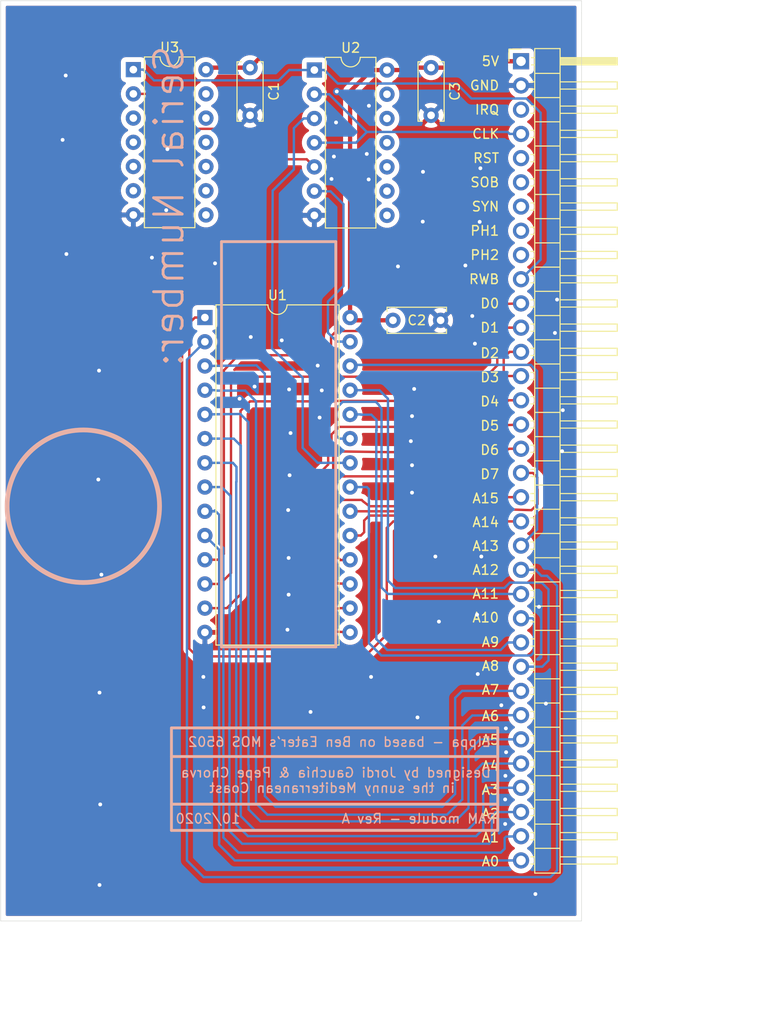
<source format=kicad_pcb>
(kicad_pcb (version 20171130) (host pcbnew "(5.1.5-0)")
  (layers (0 F.Cu signal) (31 B.Cu signal) (34 B.Paste user) (35 F.Paste user) (36 B.SilkS user) (37 F.SilkS user) (38 B.Mask user) (39 F.Mask user) (44 Edge.Cuts user))
  (net 0 "")
  (net 1 GND)
  (net 2 /CLK)
  (net 3 +5V)
  (net 4 /RWB)
  (net 5 /D0)
  (net 6 /D1)
  (net 7 /D2)
  (net 8 /D3)
  (net 9 /D4)
  (net 10 /D5)
  (net 11 /D6)
  (net 12 /D7)
  (net 13 /A15)
  (net 14 /A14)
  (net 15 /A13)
  (net 16 /A12)
  (net 17 /A11)
  (net 18 /A10)
  (net 19 /A9)
  (net 20 /A8)
  (net 21 /A7)
  (net 22 /A6)
  (net 23 /A5)
  (net 24 /A4)
  (net 25 /A3)
  (net 26 /A2)
  (net 27 /A1)
  (net 28 /A0)
  (net 29 "Net-(U1-Pad22)")
  (net 30 "Net-(U1-Pad27)")
  (net 31 "Net-(U2-Pad5)")
  (module Connector_PinHeader_2.54mm:PinHeader_1x34_P2.54mm_Horizontal (layer F.Cu) (at 154.94 68.58)
    (fp_text reference J2 hide)
    (fp_text value Conn_01x34_Male)
    (pad 1 thru_hole rect (at 0 0) (size 1.7 1.7) (drill 1) (layers *.Cu *.Mask) (net 3 +5V))
    (pad 2 thru_hole oval (at 0 2.54) (size 1.7 1.7) (drill 1) (layers *.Cu *.Mask) (net 1 GND))
    (pad 3 thru_hole oval (at 0 5.08) (size 1.7 1.7) (drill 1) (layers *.Cu *.Mask))
    (pad 4 thru_hole oval (at 0 7.62) (size 1.7 1.7) (drill 1) (layers *.Cu *.Mask) (net 2 /CLK))
    (pad 5 thru_hole oval (at 0 10.16) (size 1.7 1.7) (drill 1) (layers *.Cu *.Mask))
    (pad 6 thru_hole oval (at 0 12.7) (size 1.7 1.7) (drill 1) (layers *.Cu *.Mask))
    (pad 7 thru_hole oval (at 0 15.24) (size 1.7 1.7) (drill 1) (layers *.Cu *.Mask))
    (pad 8 thru_hole oval (at 0 17.78) (size 1.7 1.7) (drill 1) (layers *.Cu *.Mask))
    (pad 9 thru_hole oval (at 0 20.32) (size 1.7 1.7) (drill 1) (layers *.Cu *.Mask))
    (pad 10 thru_hole oval (at 0 22.86) (size 1.7 1.7) (drill 1) (layers *.Cu *.Mask) (net 4 /RWB))
    (pad 11 thru_hole oval (at 0 25.4) (size 1.7 1.7) (drill 1) (layers *.Cu *.Mask) (net 5 /D0))
    (pad 12 thru_hole oval (at 0 27.94) (size 1.7 1.7) (drill 1) (layers *.Cu *.Mask) (net 6 /D1))
    (pad 13 thru_hole oval (at 0 30.48) (size 1.7 1.7) (drill 1) (layers *.Cu *.Mask) (net 7 /D2))
    (pad 14 thru_hole oval (at 0 33.02) (size 1.7 1.7) (drill 1) (layers *.Cu *.Mask) (net 8 /D3))
    (pad 15 thru_hole oval (at 0 35.56) (size 1.7 1.7) (drill 1) (layers *.Cu *.Mask) (net 9 /D4))
    (pad 16 thru_hole oval (at 0 38.1) (size 1.7 1.7) (drill 1) (layers *.Cu *.Mask) (net 10 /D5))
    (pad 17 thru_hole oval (at 0 40.64) (size 1.7 1.7) (drill 1) (layers *.Cu *.Mask) (net 11 /D6))
    (pad 18 thru_hole oval (at 0 43.18) (size 1.7 1.7) (drill 1) (layers *.Cu *.Mask) (net 12 /D7))
    (pad 19 thru_hole oval (at 0 45.72) (size 1.7 1.7) (drill 1) (layers *.Cu *.Mask) (net 13 /A15))
    (pad 20 thru_hole oval (at 0 48.26) (size 1.7 1.7) (drill 1) (layers *.Cu *.Mask) (net 14 /A14))
    (pad 21 thru_hole oval (at 0 50.8) (size 1.7 1.7) (drill 1) (layers *.Cu *.Mask) (net 15 /A13))
    (pad 22 thru_hole oval (at 0 53.34) (size 1.7 1.7) (drill 1) (layers *.Cu *.Mask) (net 16 /A12))
    (pad 23 thru_hole oval (at 0 55.88) (size 1.7 1.7) (drill 1) (layers *.Cu *.Mask) (net 17 /A11))
    (pad 24 thru_hole oval (at 0 58.42) (size 1.7 1.7) (drill 1) (layers *.Cu *.Mask) (net 18 /A10))
    (pad 25 thru_hole oval (at 0 60.96) (size 1.7 1.7) (drill 1) (layers *.Cu *.Mask) (net 19 /A9))
    (pad 26 thru_hole oval (at 0 63.5) (size 1.7 1.7) (drill 1) (layers *.Cu *.Mask) (net 20 /A8))
    (pad 27 thru_hole oval (at 0 66.04) (size 1.7 1.7) (drill 1) (layers *.Cu *.Mask) (net 21 /A7))
    (pad 28 thru_hole oval (at 0 68.58) (size 1.7 1.7) (drill 1) (layers *.Cu *.Mask) (net 22 /A6))
    (pad 29 thru_hole oval (at 0 71.12) (size 1.7 1.7) (drill 1) (layers *.Cu *.Mask) (net 23 /A5))
    (pad 30 thru_hole oval (at 0 73.66) (size 1.7 1.7) (drill 1) (layers *.Cu *.Mask) (net 24 /A4))
    (pad 31 thru_hole oval (at 0 76.2) (size 1.7 1.7) (drill 1) (layers *.Cu *.Mask) (net 25 /A3))
    (pad 32 thru_hole oval (at 0 78.74) (size 1.7 1.7) (drill 1) (layers *.Cu *.Mask) (net 26 /A2))
    (pad 33 thru_hole oval (at 0 81.28) (size 1.7 1.7) (drill 1) (layers *.Cu *.Mask) (net 27 /A1))
    (pad 34 thru_hole oval (at 0 83.82) (size 1.7 1.7) (drill 1) (layers *.Cu *.Mask) (net 28 /A0))
  )
  (module Capacitor_THT:C_Disc_D6.0mm_W2.5mm_P5.00mm (layer F.Cu) (at 141.5 95.75)
    (fp_text reference C2 (at 2.5 0) (layer F.SilkS))
    (fp_text value 100µF)
    (pad 1 thru_hole circle (at 0 0) (size 1.6 1.6) (drill 0.8) (layers *.Cu *.Mask) (net 3 +5V))
    (pad 2 thru_hole circle (at 5 0) (size 1.6 1.6) (drill 0.8) (layers *.Cu *.Mask) (net 1 GND))
  )
  (module Capacitor_THT:C_Disc_D6.0mm_W2.5mm_P5.00mm (layer F.Cu) (at 126.5 69.25 270)
    (fp_text reference C1 (at 2.5 -2.5 90) (layer F.SilkS))
    (fp_text value 100µF)
    (pad 2 thru_hole circle (at 5 0 270) (size 1.6 1.6) (drill 0.8) (layers *.Cu *.Mask) (net 1 GND))
    (pad 1 thru_hole circle (at 0 0 270) (size 1.6 1.6) (drill 0.8) (layers *.Cu *.Mask) (net 3 +5V))
  )
  (module Capacitor_THT:C_Disc_D6.0mm_W2.5mm_P5.00mm (layer F.Cu) (at 145.5 69.25 270)
    (fp_text reference C3 (at 2.5 -2.5 90) (layer F.SilkS))
    (fp_text value 100µF)
    (pad 1 thru_hole circle (at 0 0 270) (size 1.6 1.6) (drill 0.8) (layers *.Cu *.Mask) (net 3 +5V))
    (pad 2 thru_hole circle (at 5 0 270) (size 1.6 1.6) (drill 0.8) (layers *.Cu *.Mask) (net 1 GND))
  )
  (module Package_DIP:DIP-28_W15.24mm (layer F.Cu) (at 121.76 95.46)
    (fp_text reference U1 (at 7.62 -2.33) (layer F.SilkS))
    (fp_text value HM62256BLP)
    (pad 1 thru_hole rect (at 0 0) (size 1.6 1.6) (drill 0.8) (layers *.Cu *.Mask) (net 14 /A14))
    (pad 15 thru_hole oval (at 15.24 33.02) (size 1.6 1.6) (drill 0.8) (layers *.Cu *.Mask) (net 8 /D3))
    (pad 2 thru_hole oval (at 0 2.54) (size 1.6 1.6) (drill 0.8) (layers *.Cu *.Mask) (net 16 /A12))
    (pad 16 thru_hole oval (at 15.24 30.48) (size 1.6 1.6) (drill 0.8) (layers *.Cu *.Mask) (net 9 /D4))
    (pad 3 thru_hole oval (at 0 5.08) (size 1.6 1.6) (drill 0.8) (layers *.Cu *.Mask) (net 21 /A7))
    (pad 17 thru_hole oval (at 15.24 27.94) (size 1.6 1.6) (drill 0.8) (layers *.Cu *.Mask) (net 10 /D5))
    (pad 4 thru_hole oval (at 0 7.62) (size 1.6 1.6) (drill 0.8) (layers *.Cu *.Mask) (net 22 /A6))
    (pad 18 thru_hole oval (at 15.24 25.4) (size 1.6 1.6) (drill 0.8) (layers *.Cu *.Mask) (net 11 /D6))
    (pad 5 thru_hole oval (at 0 10.16) (size 1.6 1.6) (drill 0.8) (layers *.Cu *.Mask) (net 23 /A5))
    (pad 19 thru_hole oval (at 15.24 22.86) (size 1.6 1.6) (drill 0.8) (layers *.Cu *.Mask) (net 12 /D7))
    (pad 6 thru_hole oval (at 0 12.7) (size 1.6 1.6) (drill 0.8) (layers *.Cu *.Mask) (net 24 /A4))
    (pad 20 thru_hole oval (at 15.24 20.32) (size 1.6 1.6) (drill 0.8) (layers *.Cu *.Mask) (net 13 /A15))
    (pad 7 thru_hole oval (at 0 15.24) (size 1.6 1.6) (drill 0.8) (layers *.Cu *.Mask) (net 25 /A3))
    (pad 21 thru_hole oval (at 15.24 17.78) (size 1.6 1.6) (drill 0.8) (layers *.Cu *.Mask) (net 18 /A10))
    (pad 8 thru_hole oval (at 0 17.78) (size 1.6 1.6) (drill 0.8) (layers *.Cu *.Mask) (net 26 /A2))
    (pad 22 thru_hole oval (at 15.24 15.24) (size 1.6 1.6) (drill 0.8) (layers *.Cu *.Mask) (net 29 "Net-(U1-Pad22)"))
    (pad 9 thru_hole oval (at 0 20.32) (size 1.6 1.6) (drill 0.8) (layers *.Cu *.Mask) (net 27 /A1))
    (pad 23 thru_hole oval (at 15.24 12.7) (size 1.6 1.6) (drill 0.8) (layers *.Cu *.Mask) (net 17 /A11))
    (pad 10 thru_hole oval (at 0 22.86) (size 1.6 1.6) (drill 0.8) (layers *.Cu *.Mask) (net 28 /A0))
    (pad 24 thru_hole oval (at 15.24 10.16) (size 1.6 1.6) (drill 0.8) (layers *.Cu *.Mask) (net 19 /A9))
    (pad 11 thru_hole oval (at 0 25.4) (size 1.6 1.6) (drill 0.8) (layers *.Cu *.Mask) (net 5 /D0))
    (pad 25 thru_hole oval (at 15.24 7.62) (size 1.6 1.6) (drill 0.8) (layers *.Cu *.Mask) (net 20 /A8))
    (pad 12 thru_hole oval (at 0 27.94) (size 1.6 1.6) (drill 0.8) (layers *.Cu *.Mask) (net 6 /D1))
    (pad 26 thru_hole oval (at 15.24 5.08) (size 1.6 1.6) (drill 0.8) (layers *.Cu *.Mask) (net 15 /A13))
    (pad 13 thru_hole oval (at 0 30.48) (size 1.6 1.6) (drill 0.8) (layers *.Cu *.Mask) (net 7 /D2))
    (pad 27 thru_hole oval (at 15.24 2.54) (size 1.6 1.6) (drill 0.8) (layers *.Cu *.Mask) (net 30 "Net-(U1-Pad27)"))
    (pad 14 thru_hole oval (at 0 33.02) (size 1.6 1.6) (drill 0.8) (layers *.Cu *.Mask) (net 1 GND))
    (pad 28 thru_hole oval (at 15.24 0) (size 1.6 1.6) (drill 0.8) (layers *.Cu *.Mask) (net 3 +5V))
  )
  (module Package_DIP:DIP-14_W7.62mm (layer F.Cu) (at 133.25 69.5)
    (fp_text reference U2 (at 3.81 -2.33) (layer F.SilkS))
    (fp_text value 74LS00)
    (pad 1 thru_hole rect (at 0 0) (size 1.6 1.6) (drill 0.8) (layers *.Cu *.Mask) (net 4 /RWB))
    (pad 8 thru_hole oval (at 7.62 15.24) (size 1.6 1.6) (drill 0.8) (layers *.Cu *.Mask))
    (pad 2 thru_hole oval (at 0 2.54) (size 1.6 1.6) (drill 0.8) (layers *.Cu *.Mask) (net 2 /CLK))
    (pad 9 thru_hole oval (at 7.62 12.7) (size 1.6 1.6) (drill 0.8) (layers *.Cu *.Mask))
    (pad 3 thru_hole oval (at 0 5.08) (size 1.6 1.6) (drill 0.8) (layers *.Cu *.Mask) (net 29 "Net-(U1-Pad22)"))
    (pad 10 thru_hole oval (at 7.62 10.16) (size 1.6 1.6) (drill 0.8) (layers *.Cu *.Mask))
    (pad 4 thru_hole oval (at 0 7.62) (size 1.6 1.6) (drill 0.8) (layers *.Cu *.Mask) (net 2 /CLK))
    (pad 11 thru_hole oval (at 7.62 7.62) (size 1.6 1.6) (drill 0.8) (layers *.Cu *.Mask))
    (pad 5 thru_hole oval (at 0 10.16) (size 1.6 1.6) (drill 0.8) (layers *.Cu *.Mask) (net 31 "Net-(U2-Pad5)"))
    (pad 12 thru_hole oval (at 7.62 5.08) (size 1.6 1.6) (drill 0.8) (layers *.Cu *.Mask))
    (pad 6 thru_hole oval (at 0 12.7) (size 1.6 1.6) (drill 0.8) (layers *.Cu *.Mask) (net 30 "Net-(U1-Pad27)"))
    (pad 13 thru_hole oval (at 7.62 2.54) (size 1.6 1.6) (drill 0.8) (layers *.Cu *.Mask))
    (pad 7 thru_hole oval (at 0 15.24) (size 1.6 1.6) (drill 0.8) (layers *.Cu *.Mask) (net 1 GND))
    (pad 14 thru_hole oval (at 7.62 0) (size 1.6 1.6) (drill 0.8) (layers *.Cu *.Mask) (net 3 +5V))
  )
  (module Package_DIP:DIP-14_W7.62mm (layer F.Cu) (at 114.25 69.46)
    (fp_text reference U3 (at 3.81 -2.33) (layer F.SilkS))
    (fp_text value 74LS04)
    (pad 14 thru_hole oval (at 7.62 0) (size 1.6 1.6) (drill 0.8) (layers *.Cu *.Mask) (net 3 +5V))
    (pad 7 thru_hole oval (at 0 15.24) (size 1.6 1.6) (drill 0.8) (layers *.Cu *.Mask) (net 1 GND))
    (pad 13 thru_hole oval (at 7.62 2.54) (size 1.6 1.6) (drill 0.8) (layers *.Cu *.Mask))
    (pad 6 thru_hole oval (at 0 12.7) (size 1.6 1.6) (drill 0.8) (layers *.Cu *.Mask))
    (pad 12 thru_hole oval (at 7.62 5.08) (size 1.6 1.6) (drill 0.8) (layers *.Cu *.Mask))
    (pad 5 thru_hole oval (at 0 10.16) (size 1.6 1.6) (drill 0.8) (layers *.Cu *.Mask))
    (pad 11 thru_hole oval (at 7.62 7.62) (size 1.6 1.6) (drill 0.8) (layers *.Cu *.Mask))
    (pad 4 thru_hole oval (at 0 7.62) (size 1.6 1.6) (drill 0.8) (layers *.Cu *.Mask))
    (pad 10 thru_hole oval (at 7.62 10.16) (size 1.6 1.6) (drill 0.8) (layers *.Cu *.Mask))
    (pad 3 thru_hole oval (at 0 5.08) (size 1.6 1.6) (drill 0.8) (layers *.Cu *.Mask))
    (pad 9 thru_hole oval (at 7.62 12.7) (size 1.6 1.6) (drill 0.8) (layers *.Cu *.Mask))
    (pad 2 thru_hole oval (at 0 2.54) (size 1.6 1.6) (drill 0.8) (layers *.Cu *.Mask) (net 31 "Net-(U2-Pad5)"))
    (pad 8 thru_hole oval (at 7.62 15.24) (size 1.6 1.6) (drill 0.8) (layers *.Cu *.Mask))
    (pad 1 thru_hole rect (at 0 0) (size 1.6 1.6) (drill 0.8) (layers *.Cu *.Mask) (net 4 /RWB))
  )
  (gr_text "Serial Number:" (at 118 83.75 90) (layer B.SilkS) (effects (font (size 3 3) (thickness 0.3)) (justify mirror)))
  (gr_line (start 123.5 130) (end 123.5 87.5) (layer B.SilkS) (width 0.3))
  (gr_line (start 135.5 130) (end 123.5 130) (layer B.SilkS) (width 0.3))
  (gr_line (start 135.5 87.5) (end 135.5 130) (layer B.SilkS) (width 0.3))
  (gr_line (start 123.5 87.5) (end 135.5 87.5) (layer B.SilkS) (width 0.3))
  (gr_line (start 118.25 145.5) (end 118.25 142.5) (layer B.SilkS) (width 0.12))
  (gr_line (start 152.5 146.5) (end 118.25 146.5) (layer B.SilkS) (width 0.3))
  (gr_line (start 152.5 142.5) (end 152.5 145.5) (layer B.SilkS) (width 0.12))
  (gr_line (start 118.25 141.5) (end 152.5 141.5) (layer B.SilkS) (width 0.3))
  (gr_circle (center 109 115.25) (end 117 115.25) (layer B.SilkS) (width 0.5))
  (gr_line (start 118.25 138.5) (end 152.5 138.5) (layer B.SilkS) (width 0.3))
  (gr_line (start 118.25 149.25) (end 118.25 138.5) (layer B.SilkS) (width 0.3))
  (gr_line (start 152.5 149.25) (end 118.25 149.25) (layer B.SilkS) (width 0.3))
  (gr_line (start 152.5 138.5) (end 152.5 149.25) (layer B.SilkS) (width 0.3))
  (gr_text "Elppa - based on Ben Eater’s MOS 6502 \n\nDesigned by Jordi Gauchía & Pepe Chorva\n in the sunny Mediterranean Coast\n\nRAM module - Rev A              10/2020" (at 135.5 144) (layer B.SilkS) (effects (font (size 1 1)) (justify mirror)))
  (gr_text A0 (at 151.733143 152.5) (layer F.SilkS) (effects (font (size 1 1))))
  (gr_text A1 (at 151.733143 150) (layer F.SilkS) (effects (font (size 1 1))))
  (gr_text A2 (at 151.733143 147.5) (layer F.SilkS) (effects (font (size 1 1))))
  (gr_text A3 (at 151.733143 145) (layer F.SilkS) (effects (font (size 1 1))))
  (gr_text A4 (at 151.733143 142.5) (layer F.SilkS) (effects (font (size 1 1))))
  (gr_text A5 (at 151.733143 139.75) (layer F.SilkS) (effects (font (size 1 1))))
  (gr_text A6 (at 151.733143 137.25) (layer F.SilkS) (effects (font (size 1 1))))
  (gr_text A7 (at 151.733143 134.5) (layer F.SilkS) (effects (font (size 1 1))))
  (gr_text A8 (at 151.733143 132) (layer F.SilkS) (effects (font (size 1 1))))
  (gr_text A9 (at 151.733143 129.5) (layer F.SilkS) (effects (font (size 1 1))))
  (gr_text A10 (at 152.712905 126.927) (layer F.SilkS) (effects (font (size 1 1)) (justify right)))
  (gr_text A11 (at 152.712905 124.427) (layer F.SilkS) (effects (font (size 1 1)) (justify right)))
  (gr_text A12 (at 152.712905 121.927) (layer F.SilkS) (effects (font (size 1 1)) (justify right)))
  (gr_text A13 (at 152.712905 119.427) (layer F.SilkS) (effects (font (size 1 1)) (justify right)))
  (gr_text A14 (at 152.712905 116.927) (layer F.SilkS) (effects (font (size 1 1)) (justify right)))
  (gr_text A15 (at 152.712905 114.427) (layer F.SilkS) (effects (font (size 1 1)) (justify right)))
  (gr_text D6 (at 151.661714 109.347) (layer F.SilkS) (effects (font (size 1 1))))
  (gr_text D7 (at 151.661714 111.887) (layer F.SilkS) (effects (font (size 1 1))))
  (gr_text D5 (at 151.661714 106.807) (layer F.SilkS) (effects (font (size 1 1))))
  (gr_text D4 (at 151.661714 104.267) (layer F.SilkS) (effects (font (size 1 1))))
  (gr_text D2 (at 151.661714 99.187) (layer F.SilkS) (effects (font (size 1 1))))
  (gr_text D3 (at 151.661714 101.727) (layer F.SilkS) (effects (font (size 1 1))))
  (gr_text D1 (at 151.661714 96.52) (layer F.SilkS) (effects (font (size 1 1))))
  (gr_text D0 (at 151.661714 93.98) (layer F.SilkS) (effects (font (size 1 1))))
  (gr_text RWB (at 151.066476 91.44) (layer F.SilkS) (effects (font (size 1 1))))
  (gr_text PH2 (at 151.137905 88.9) (layer F.SilkS) (effects (font (size 1 1))))
  (gr_text PH1 (at 151.137905 86.36) (layer F.SilkS) (effects (font (size 1 1))))
  (gr_text SYN (at 151.209333 83.82) (layer F.SilkS) (effects (font (size 1 1))))
  (gr_text SOB (at 151.137905 81.28) (layer F.SilkS) (effects (font (size 1 1))))
  (gr_text RST (at 151.280762 78.74) (layer F.SilkS) (effects (font (size 1 1))))
  (gr_text CLK (at 151.233143 76.2) (layer F.SilkS) (effects (font (size 1 1))))
  (gr_text IRQ (at 151.376 73.66) (layer F.SilkS) (effects (font (size 1 1))))
  (gr_text GND (at 151.114095 71.12) (layer F.SilkS) (effects (font (size 1 1))))
  (gr_text 5V (at 151.733143 68.58) (layer F.SilkS) (effects (font (size 1 1))))
  (gr_line (start 100.33 62.23) (end 161.29 62.23) (layer Edge.Cuts) (width 0.05))
  (gr_line (start 100.33 158.75) (end 100.33 62.23) (layer Edge.Cuts) (width 0.05))
  (gr_line (start 161.29 158.75) (end 100.33 158.75) (layer Edge.Cuts) (width 0.05))
  (gr_line (start 161.29 63.5) (end 161.29 62.23) (layer Edge.Cuts) (width 0.05))
  (gr_line (start 161.29 63.5) (end 161.29 158.75) (layer Edge.Cuts) (width 0.05))
  (via (at 133.8 105.95) (size 0.8) (drill 0.4) (layers F.Cu B.Cu) (net 1))
  (via (at 134.025 103.1) (size 0.8) (drill 0.4) (layers F.Cu B.Cu) (net 1))
  (via (at 133.6 100.5) (size 0.8) (drill 0.4) (layers F.Cu B.Cu) (net 1))
  (via (at 129.825 97.85) (size 0.8) (drill 0.4) (layers F.Cu B.Cu) (net 1))
  (via (at 145.95 120.525) (size 0.8) (drill 0.4) (layers F.Cu B.Cu) (net 1))
  (via (at 150.775 120.525) (size 0.8) (drill 0.4) (layers F.Cu B.Cu) (net 1))
  (via (at 146.325 127.35) (size 0.8) (drill 0.4) (layers F.Cu B.Cu) (net 1))
  (via (at 150.325 126.625) (size 0.8) (drill 0.4) (layers F.Cu B.Cu) (net 1))
  (via (at 139.2 133.15) (size 0.8) (drill 0.4) (layers F.Cu B.Cu) (net 1))
  (via (at 150.4 132.85) (size 0.8) (drill 0.4) (layers F.Cu B.Cu) (net 1))
  (via (at 157.55 135.95) (size 0.8) (drill 0.4) (layers F.Cu B.Cu) (net 1))
  (via (at 152.875 136.125) (size 0.8) (drill 0.4) (layers F.Cu B.Cu) (net 1))
  (via (at 153.35 138.55) (size 0.8) (drill 0.4) (layers F.Cu B.Cu) (net 1))
  (via (at 153.375 141.05) (size 0.8) (drill 0.4) (layers F.Cu B.Cu) (net 1))
  (via (at 153.3 143.525) (size 0.8) (drill 0.4) (layers F.Cu B.Cu) (net 1))
  (via (at 153.275 146) (size 0.8) (drill 0.4) (layers F.Cu B.Cu) (net 1))
  (via (at 153.275 148.575) (size 0.8) (drill 0.4) (layers F.Cu B.Cu) (net 1))
  (via (at 121.6 133.15) (size 0.8) (drill 0.4) (layers F.Cu B.Cu) (net 1))
  (via (at 121.625 136.35) (size 0.8) (drill 0.4) (layers F.Cu B.Cu) (net 1))
  (via (at 130.425 128.2) (size 0.8) (drill 0.4) (layers F.Cu B.Cu) (net 1))
  (via (at 130.55 124.525) (size 0.8) (drill 0.4) (layers F.Cu B.Cu) (net 1))
  (via (at 130.55 120.675) (size 0.8) (drill 0.4) (layers F.Cu B.Cu) (net 1))
  (via (at 130.5 115.65) (size 0.8) (drill 0.4) (layers F.Cu B.Cu) (net 1))
  (via (at 130.65 112) (size 0.8) (drill 0.4) (layers F.Cu B.Cu) (net 1))
  (via (at 130.75 107.575) (size 0.8) (drill 0.4) (layers F.Cu B.Cu) (net 1))
  (via (at 130.6 103) (size 0.8) (drill 0.4) (layers F.Cu B.Cu) (net 1))
  (via (at 126.575 97.5) (size 0.8) (drill 0.4) (layers F.Cu B.Cu) (net 1))
  (via (at 126.975 102.7) (size 0.8) (drill 0.4) (layers F.Cu B.Cu) (net 1))
  (via (at 125.4 103.975) (size 0.8) (drill 0.4) (layers F.Cu B.Cu) (net 1))
  (via (at 156.825 125.8) (size 0.8) (drill 0.4) (layers F.Cu B.Cu) (net 1))
  (via (at 143.5 105.8) (size 0.8) (drill 0.4) (layers F.Cu B.Cu) (net 1))
  (via (at 143.375 108.425) (size 0.8) (drill 0.4) (layers F.Cu B.Cu) (net 1))
  (via (at 143.5 110.95) (size 0.8) (drill 0.4) (layers F.Cu B.Cu) (net 1))
  (via (at 143.5 113.825) (size 0.8) (drill 0.4) (layers F.Cu B.Cu) (net 1))
  (via (at 143.725 102.95) (size 0.8) (drill 0.4) (layers F.Cu B.Cu) (net 1))
  (via (at 149.825 95.3) (size 0.8) (drill 0.4) (layers F.Cu B.Cu) (net 1))
  (via (at 150.1 98.2) (size 0.8) (drill 0.4) (layers F.Cu B.Cu) (net 1))
  (via (at 135.6 71.75) (size 0.8) (drill 0.4) (layers F.Cu B.Cu) (net 1))
  (via (at 135.525 75) (size 0.8) (drill 0.4) (layers F.Cu B.Cu) (net 1))
  (via (at 138.975 73.25) (size 0.8) (drill 0.4) (layers F.Cu B.Cu) (net 1))
  (via (at 138.75 78.3) (size 0.8) (drill 0.4) (layers F.Cu B.Cu) (net 1))
  (via (at 135.3 78.575) (size 0.8) (drill 0.4) (layers F.Cu B.Cu) (net 1))
  (via (at 138.95 80.975) (size 0.8) (drill 0.4) (layers F.Cu B.Cu) (net 1))
  (via (at 135.05 80.925) (size 0.8) (drill 0.4) (layers F.Cu B.Cu) (net 1))
  (via (at 144.65 80.175) (size 0.8) (drill 0.4) (layers F.Cu B.Cu) (net 1))
  (via (at 150.675 79.8) (size 0.8) (drill 0.4) (layers F.Cu B.Cu) (net 1))
  (via (at 144.625 85.4) (size 0.8) (drill 0.4) (layers F.Cu B.Cu) (net 1))
  (via (at 150.6 85.425) (size 0.8) (drill 0.4) (layers F.Cu B.Cu) (net 1))
  (via (at 142.025 90.1) (size 0.8) (drill 0.4) (layers F.Cu B.Cu) (net 1))
  (via (at 149.1 90) (size 0.8) (drill 0.4) (layers F.Cu B.Cu) (net 1))
  (via (at 107.225 88.8) (size 0.8) (drill 0.4) (layers F.Cu B.Cu) (net 1))
  (via (at 116.2 89.175) (size 0.8) (drill 0.4) (layers F.Cu B.Cu) (net 1))
  (via (at 117.825 77.8) (size 0.8) (drill 0.4) (layers F.Cu B.Cu) (net 1))
  (via (at 117.7 84.2) (size 0.8) (drill 0.4) (layers F.Cu B.Cu) (net 1))
  (via (at 110.65 101.025) (size 0.8) (drill 0.4) (layers F.Cu B.Cu) (net 1))
  (via (at 110.575 112.45) (size 0.8) (drill 0.4) (layers F.Cu B.Cu) (net 1))
  (via (at 110.9 122.425) (size 0.8) (drill 0.4) (layers F.Cu B.Cu) (net 1))
  (via (at 110.7 134.8) (size 0.8) (drill 0.4) (layers F.Cu B.Cu) (net 1))
  (via (at 110.775 146.525) (size 0.8) (drill 0.4) (layers F.Cu B.Cu) (net 1))
  (via (at 132.85 136.825) (size 0.8) (drill 0.4) (layers F.Cu B.Cu) (net 1))
  (via (at 144.075 137.4) (size 0.8) (drill 0.4) (layers F.Cu B.Cu) (net 1))
  (via (at 156.45 155.925) (size 0.8) (drill 0.4) (layers F.Cu B.Cu) (net 1))
  (via (at 110.7 154.975) (size 0.8) (drill 0.4) (layers F.Cu B.Cu) (net 1))
  (via (at 159.325 105.175) (size 0.8) (drill 0.4) (layers F.Cu B.Cu) (net 1))
  (via (at 159.25 109.475) (size 0.8) (drill 0.4) (layers F.Cu B.Cu) (net 1))
  (via (at 158.725 93.575) (size 0.8) (drill 0.4) (layers F.Cu B.Cu) (net 1))
  (via (at 158.5 97.075) (size 0.8) (drill 0.4) (layers F.Cu B.Cu) (net 1))
  (via (at 107.15 70.075) (size 0.8) (drill 0.4) (layers F.Cu B.Cu) (net 1))
  (via (at 106.825 76.825) (size 0.8) (drill 0.4) (layers F.Cu B.Cu) (net 1))
  (via (at 122.825 89.775) (size 0.8) (drill 0.4) (layers F.Cu B.Cu) (net 1))
  (segment (start 134.800002 72.04) (end 133.25 72.04) (width 0.25) (layer B.Cu) (net 2))
  (segment (start 138.755001 75.994999) (end 134.800002 72.04) (width 0.25) (layer B.Cu) (net 2))
  (segment (start 138.755001 75.994999) (end 137.63 77.12) (width 0.25) (layer B.Cu) (net 2))
  (segment (start 137.63 77.12) (end 133.25 77.12) (width 0.25) (layer B.Cu) (net 2))
  (segment (start 153.532918 75.994999) (end 138.755001 75.994999) (width 0.25) (layer B.Cu) (net 2))
  (segment (start 153.737919 76.2) (end 153.532918 75.994999) (width 0.25) (layer B.Cu) (net 2))
  (segment (start 154.94 76.2) (end 153.737919 76.2) (width 0.25) (layer B.Cu) (net 2))
  (segment (start 154.94 68.58) (end 150.67 68.58) (width 0.45) (layer F.Cu) (net 3))
  (segment (start 150 69.25) (end 145.5 69.25) (width 0.45) (layer F.Cu) (net 3))
  (segment (start 150.67 68.58) (end 150 69.25) (width 0.45) (layer F.Cu) (net 3))
  (segment (start 145.5 69.25) (end 144 69.25) (width 0.45) (layer F.Cu) (net 3))
  (segment (start 143.75 69.5) (end 140.87 69.5) (width 0.45) (layer F.Cu) (net 3))
  (segment (start 144 69.25) (end 143.75 69.5) (width 0.45) (layer F.Cu) (net 3))
  (segment (start 128.25 67.5) (end 126.5 69.25) (width 0.45) (layer F.Cu) (net 3))
  (segment (start 122.08 69.25) (end 121.87 69.46) (width 0.45) (layer F.Cu) (net 3))
  (segment (start 126.5 69.25) (end 122.08 69.25) (width 0.45) (layer F.Cu) (net 3))
  (segment (start 140.87 69.5) (end 139.25 69.5) (width 0.45) (layer F.Cu) (net 3))
  (segment (start 137 71.75) (end 137 95.46) (width 0.45) (layer F.Cu) (net 3))
  (segment (start 139.25 69.5) (end 137 71.75) (width 0.45) (layer F.Cu) (net 3))
  (segment (start 137.29 95.75) (end 137 95.46) (width 0.45) (layer F.Cu) (net 3))
  (segment (start 141.5 95.75) (end 137.29 95.75) (width 0.45) (layer F.Cu) (net 3))
  (segment (start 137.825 69.5) (end 135.9 67.575) (width 0.45) (layer F.Cu) (net 3))
  (segment (start 135.9 67.575) (end 128.25 67.5) (width 0.45) (layer F.Cu) (net 3))
  (segment (start 139.25 69.5) (end 137.825 69.5) (width 0.45) (layer F.Cu) (net 3))
  (segment (start 133.25 69.5) (end 134.3 69.5) (width 0.25) (layer B.Cu) (net 4))
  (segment (start 135.714999 70.914999) (end 148.164999 70.914999) (width 0.25) (layer B.Cu) (net 4))
  (segment (start 134.3 69.5) (end 135.714999 70.914999) (width 0.25) (layer B.Cu) (net 4))
  (segment (start 149.734999 72.484999) (end 155.504001 72.484999) (width 0.25) (layer B.Cu) (net 4))
  (segment (start 155.504001 72.484999) (end 157 73.980998) (width 0.25) (layer B.Cu) (net 4))
  (segment (start 148.164999 70.914999) (end 149.734999 72.484999) (width 0.25) (layer B.Cu) (net 4))
  (segment (start 157 89.38) (end 154.94 91.44) (width 0.25) (layer B.Cu) (net 4))
  (segment (start 157 73.980998) (end 157 89.38) (width 0.25) (layer B.Cu) (net 4))
  (segment (start 116.425001 70.585001) (end 129.514999 70.585001) (width 0.25) (layer B.Cu) (net 4))
  (segment (start 115.3 69.46) (end 116.425001 70.585001) (width 0.25) (layer B.Cu) (net 4))
  (segment (start 114.25 69.46) (end 115.3 69.46) (width 0.25) (layer B.Cu) (net 4))
  (segment (start 130.6 69.5) (end 133.25 69.5) (width 0.25) (layer B.Cu) (net 4))
  (segment (start 129.514999 70.585001) (end 130.6 69.5) (width 0.25) (layer B.Cu) (net 4))
  (segment (start 153.3 94.025) (end 154.94 93.98) (width 0.25) (layer F.Cu) (net 5))
  (segment (start 139.175 97.675) (end 142.825 97.675) (width 0.25) (layer F.Cu) (net 5))
  (segment (start 135.550001 96.874999) (end 138.374999 96.874999) (width 0.25) (layer F.Cu) (net 5))
  (segment (start 135 97.425) (end 135.550001 96.874999) (width 0.25) (layer F.Cu) (net 5))
  (segment (start 138.374999 96.874999) (end 139.175 97.675) (width 0.25) (layer F.Cu) (net 5))
  (segment (start 134.335001 99.414999) (end 135 98.75) (width 0.25) (layer F.Cu) (net 5))
  (segment (start 125.260001 99.414999) (end 134.335001 99.414999) (width 0.25) (layer F.Cu) (net 5))
  (segment (start 123.75 120.25) (end 123.75 101) (width 0.25) (layer F.Cu) (net 5))
  (segment (start 121.76 120.86) (end 123.14 120.86) (width 0.25) (layer F.Cu) (net 5))
  (segment (start 123.75 101) (end 125.125 99.55) (width 0.25) (layer F.Cu) (net 5))
  (segment (start 125.125 99.55) (end 125.260001 99.414999) (width 0.25) (layer F.Cu) (net 5))
  (segment (start 135 98.75) (end 135 97.425) (width 0.25) (layer F.Cu) (net 5))
  (segment (start 123.14 120.86) (end 123.75 120.25) (width 0.25) (layer F.Cu) (net 5))
  (segment (start 143.0875 97.4125) (end 143.0875 94.8625) (width 0.25) (layer F.Cu) (net 5))
  (segment (start 142.825 97.675) (end 143.0875 97.4125) (width 0.25) (layer F.Cu) (net 5))
  (segment (start 143.0875 94.8625) (end 144.5 93.45) (width 0.25) (layer F.Cu) (net 5))
  (segment (start 149.625 93.45) (end 150.2 94.025) (width 0.25) (layer F.Cu) (net 5))
  (segment (start 144.5 93.45) (end 149.625 93.45) (width 0.25) (layer F.Cu) (net 5))
  (segment (start 150.2 94.025) (end 153.3 94.025) (width 0.25) (layer F.Cu) (net 5))
  (segment (start 153.737919 96.52) (end 154.94 96.52) (width 0.25) (layer F.Cu) (net 6))
  (segment (start 152.45 96.975) (end 152.925 96.5) (width 0.25) (layer F.Cu) (net 6))
  (segment (start 152.45 100.475) (end 152.45 96.975) (width 0.25) (layer F.Cu) (net 6))
  (segment (start 152.925 96.5) (end 153.732919 96.525) (width 0.25) (layer F.Cu) (net 6))
  (segment (start 125.084999 101.665001) (end 151.259999 101.665001) (width 0.25) (layer F.Cu) (net 6))
  (segment (start 124.5 122.25) (end 124.5 102.25) (width 0.25) (layer F.Cu) (net 6))
  (segment (start 151.259999 101.665001) (end 152.45 100.475) (width 0.25) (layer F.Cu) (net 6))
  (segment (start 123.35 123.4) (end 124.5 122.25) (width 0.25) (layer F.Cu) (net 6))
  (segment (start 124.5 102.25) (end 125.084999 101.665001) (width 0.25) (layer F.Cu) (net 6))
  (segment (start 153.732919 96.525) (end 153.737919 96.52) (width 0.25) (layer F.Cu) (net 6))
  (segment (start 121.76 123.4) (end 123.35 123.4) (width 0.25) (layer F.Cu) (net 6))
  (segment (start 121.76 125.94) (end 124.06 125.94) (width 0.25) (layer F.Cu) (net 7))
  (segment (start 135.544999 104.205001) (end 149.244999 104.205001) (width 0.25) (layer F.Cu) (net 7))
  (segment (start 125.5 105.25) (end 126.5 104.25) (width 0.25) (layer F.Cu) (net 7))
  (segment (start 126.5 104.25) (end 135.5 104.25) (width 0.25) (layer F.Cu) (net 7))
  (segment (start 135.5 104.25) (end 135.544999 104.205001) (width 0.25) (layer F.Cu) (net 7))
  (segment (start 124.06 125.94) (end 125.5 124.5) (width 0.25) (layer F.Cu) (net 7))
  (segment (start 125.5 124.5) (end 125.5 105.25) (width 0.25) (layer F.Cu) (net 7))
  (segment (start 153.737919 99.06) (end 153.122919 99.675) (width 0.25) (layer F.Cu) (net 7))
  (segment (start 154.94 99.06) (end 153.737919 99.06) (width 0.25) (layer F.Cu) (net 7))
  (segment (start 153.122919 101.213319) (end 152.25 102.086238) (width 0.25) (layer F.Cu) (net 7))
  (segment (start 153.122919 99.675) (end 153.122919 101.213319) (width 0.25) (layer F.Cu) (net 7))
  (segment (start 152.25 102.086238) (end 152.25 103.025) (width 0.25) (layer F.Cu) (net 7))
  (segment (start 151.05 104.225) (end 149.2 104.225) (width 0.25) (layer F.Cu) (net 7))
  (segment (start 152.25 103.025) (end 151.05 104.225) (width 0.25) (layer F.Cu) (net 7))
  (segment (start 149.244999 104.205001) (end 149.2 104.225) (width 0.25) (layer F.Cu) (net 7))
  (segment (start 153.386324 101.586324) (end 154.94 101.6) (width 0.25) (layer F.Cu) (net 8))
  (segment (start 153.15 101.822648) (end 153.386324 101.586324) (width 0.25) (layer F.Cu) (net 8))
  (segment (start 150.975 106.075) (end 150.975 105.375) (width 0.25) (layer F.Cu) (net 8))
  (segment (start 150.975 105.375) (end 153.15 103.2) (width 0.25) (layer F.Cu) (net 8))
  (segment (start 150.125 106.925) (end 150.975 106.075) (width 0.25) (layer F.Cu) (net 8))
  (segment (start 135.85 106.925) (end 150.125 106.925) (width 0.25) (layer F.Cu) (net 8))
  (segment (start 153.15 103.2) (end 153.15 101.822648) (width 0.25) (layer F.Cu) (net 8))
  (segment (start 137 128.48) (end 134.475 128.35) (width 0.25) (layer F.Cu) (net 8))
  (segment (start 134.475 128.35) (end 133.5 127.375) (width 0.25) (layer F.Cu) (net 8))
  (segment (start 133.625 111.95) (end 133.575 111.95) (width 0.25) (layer F.Cu) (net 8))
  (segment (start 134.7 110.875) (end 133.625 111.95) (width 0.25) (layer F.Cu) (net 8))
  (segment (start 133.5 127.375) (end 133.575 111.95) (width 0.25) (layer F.Cu) (net 8))
  (segment (start 135.05 107.725) (end 135.85 106.925) (width 0.25) (layer F.Cu) (net 8))
  (segment (start 134.7 109.1) (end 135.05 108.75) (width 0.25) (layer F.Cu) (net 8))
  (segment (start 134.7 110.875) (end 134.7 109.1) (width 0.25) (layer F.Cu) (net 8))
  (segment (start 135.05 107.725) (end 135.05 108.75) (width 0.25) (layer F.Cu) (net 8))
  (segment (start 140.9 109.575) (end 151.175 109.575) (width 0.25) (layer F.Cu) (net 9))
  (segment (start 151.175 109.575) (end 151.575 109.175) (width 0.25) (layer F.Cu) (net 9))
  (segment (start 135.8 109.5) (end 140.9 109.575) (width 0.25) (layer F.Cu) (net 9))
  (segment (start 135.86863 125.94) (end 135.83363 125.975) (width 0.25) (layer F.Cu) (net 9))
  (segment (start 137 125.94) (end 135.86863 125.94) (width 0.25) (layer F.Cu) (net 9))
  (segment (start 135.83363 125.975) (end 135.1 125.975) (width 0.25) (layer F.Cu) (net 9))
  (segment (start 134.125 125) (end 134.125 122.25) (width 0.25) (layer F.Cu) (net 9))
  (segment (start 135.1 125.975) (end 134.125 125) (width 0.25) (layer F.Cu) (net 9))
  (segment (start 154.94 104.14) (end 153.61 104.14) (width 0.25) (layer F.Cu) (net 9))
  (segment (start 151.65 106.1) (end 151.65 107.4) (width 0.25) (layer F.Cu) (net 9))
  (segment (start 153.61 104.14) (end 151.65 106.1) (width 0.25) (layer F.Cu) (net 9))
  (segment (start 151.575 109.175) (end 151.65 107.4) (width 0.25) (layer F.Cu) (net 9))
  (segment (start 134.213027 112.413027) (end 134.213027 112.411973) (width 0.25) (layer F.Cu) (net 9))
  (segment (start 134.125 122.25) (end 134.213027 112.413027) (width 0.25) (layer F.Cu) (net 9))
  (segment (start 134.213027 112.411973) (end 135.225 111.4) (width 0.25) (layer F.Cu) (net 9))
  (segment (start 135.225 111.4) (end 135.225 110.1) (width 0.25) (layer F.Cu) (net 9))
  (segment (start 135.225 110.1) (end 135.8 109.5) (width 0.25) (layer F.Cu) (net 9))
  (segment (start 136.464999 112.114999) (end 136.475 112.125) (width 0.25) (layer F.Cu) (net 10))
  (segment (start 136.339999 112.114999) (end 136.464999 112.114999) (width 0.25) (layer F.Cu) (net 10))
  (segment (start 153.175 106.75) (end 154.94 106.68) (width 0.25) (layer F.Cu) (net 10))
  (segment (start 152.3 109.32) (end 152.325 109.295) (width 0.25) (layer F.Cu) (net 10))
  (segment (start 152.325 107.6) (end 153.175 106.75) (width 0.25) (layer F.Cu) (net 10))
  (segment (start 136.339999 112.114999) (end 151.635001 112.114999) (width 0.25) (layer F.Cu) (net 10))
  (segment (start 152.3 111.45) (end 152.3 109.32) (width 0.25) (layer F.Cu) (net 10))
  (segment (start 151.635001 112.114999) (end 152.3 111.45) (width 0.25) (layer F.Cu) (net 10))
  (segment (start 152.325 109.295) (end 152.325 107.6) (width 0.25) (layer F.Cu) (net 10))
  (segment (start 136.339999 112.114999) (end 136.060001 112.114999) (width 0.25) (layer F.Cu) (net 10))
  (segment (start 136.060001 112.114999) (end 134.775 113.4) (width 0.25) (layer F.Cu) (net 10))
  (segment (start 134.775 113.4) (end 134.775 122.4) (width 0.25) (layer F.Cu) (net 10))
  (segment (start 134.775 122.4) (end 135.725 123.35) (width 0.25) (layer F.Cu) (net 10))
  (segment (start 135.725 123.35) (end 137 123.4) (width 0.25) (layer F.Cu) (net 10))
  (segment (start 153.737919 109.22) (end 153.732919 109.225) (width 0.25) (layer F.Cu) (net 11))
  (segment (start 147.4 115.25) (end 139.025 115.25) (width 0.25) (layer F.Cu) (net 11))
  (segment (start 149 113.65) (end 147.4 115.25) (width 0.25) (layer F.Cu) (net 11))
  (segment (start 153.075 109.775) (end 153.075 113.075) (width 0.25) (layer F.Cu) (net 11))
  (segment (start 153.6 109.25) (end 153.075 109.775) (width 0.25) (layer F.Cu) (net 11))
  (segment (start 153.732919 109.225) (end 153.6 109.25) (width 0.25) (layer F.Cu) (net 11))
  (segment (start 153.075 113.075) (end 152.45 113.7) (width 0.25) (layer F.Cu) (net 11))
  (segment (start 152.45 113.7) (end 149 113.65) (width 0.25) (layer F.Cu) (net 11))
  (segment (start 154.94 109.22) (end 153.737919 109.22) (width 0.25) (layer F.Cu) (net 11))
  (segment (start 135.425 120.325) (end 136 120.9) (width 0.25) (layer F.Cu) (net 11))
  (segment (start 135.425 115.325) (end 135.425 120.325) (width 0.25) (layer F.Cu) (net 11))
  (segment (start 136 120.9) (end 137 120.86) (width 0.25) (layer F.Cu) (net 11))
  (segment (start 138.2125 114.5875) (end 138.35 114.725) (width 0.25) (layer F.Cu) (net 11))
  (segment (start 136.1625 114.5875) (end 138.2125 114.5875) (width 0.25) (layer F.Cu) (net 11))
  (segment (start 136.1625 114.5875) (end 135.425 115.325) (width 0.25) (layer F.Cu) (net 11))
  (segment (start 139.025 115.25) (end 138.35 114.725) (width 0.25) (layer F.Cu) (net 11))
  (segment (start 138.475 116.75) (end 138.475 117.97637) (width 0.25) (layer F.Cu) (net 12))
  (segment (start 138.99499 116.23001) (end 138.475 116.75) (width 0.25) (layer F.Cu) (net 12))
  (segment (start 148.04499 116.23001) (end 138.99499 116.23001) (width 0.25) (layer F.Cu) (net 12))
  (segment (start 138.475 117.97637) (end 138.13137 118.32) (width 0.25) (layer F.Cu) (net 12))
  (segment (start 148.2 116.15) (end 148.04499 116.23001) (width 0.25) (layer F.Cu) (net 12))
  (segment (start 154.94 111.76) (end 156.185 111.76) (width 0.25) (layer F.Cu) (net 12))
  (segment (start 156.035001 115.664999) (end 153.5 115.575) (width 0.25) (layer F.Cu) (net 12))
  (segment (start 138.13137 118.32) (end 137 118.32) (width 0.25) (layer F.Cu) (net 12))
  (segment (start 156.65 112.225) (end 156.65 113.47) (width 0.25) (layer F.Cu) (net 12))
  (segment (start 153.5 115.575) (end 148.775 115.575) (width 0.25) (layer F.Cu) (net 12))
  (segment (start 156.65 113.47) (end 156.675 113.495) (width 0.25) (layer F.Cu) (net 12))
  (segment (start 148.775 115.575) (end 148.2 116.15) (width 0.25) (layer F.Cu) (net 12))
  (segment (start 156.185 111.76) (end 156.65 112.225) (width 0.25) (layer F.Cu) (net 12))
  (segment (start 156.675 115.025) (end 156.035001 115.664999) (width 0.25) (layer F.Cu) (net 12))
  (segment (start 156.675 113.495) (end 156.675 115.025) (width 0.25) (layer F.Cu) (net 12))
  (segment (start 137 115.78) (end 147.67 115.78) (width 0.25) (layer F.Cu) (net 13))
  (segment (start 149.15 114.3) (end 154.94 114.3) (width 0.25) (layer F.Cu) (net 13))
  (segment (start 147.67 115.78) (end 149.15 114.3) (width 0.25) (layer F.Cu) (net 13))
  (segment (start 141.535 116.84) (end 154.94 116.84) (width 0.25) (layer F.Cu) (net 14))
  (segment (start 140.85 117.525) (end 141.535 116.84) (width 0.25) (layer F.Cu) (net 14))
  (segment (start 140.85 128.7) (end 140.85 117.525) (width 0.25) (layer F.Cu) (net 14))
  (segment (start 138.55 131) (end 140.85 128.7) (width 0.25) (layer F.Cu) (net 14))
  (segment (start 121.76 95.46) (end 120.71 95.46) (width 0.25) (layer F.Cu) (net 14))
  (segment (start 120.925 131) (end 138.55 131) (width 0.25) (layer F.Cu) (net 14))
  (segment (start 120.125 96.045) (end 120.125 130.2) (width 0.25) (layer F.Cu) (net 14))
  (segment (start 120.125 130.2) (end 120.925 131) (width 0.25) (layer F.Cu) (net 14))
  (segment (start 120.71 95.46) (end 120.125 96.045) (width 0.25) (layer F.Cu) (net 14))
  (segment (start 137.115001 100.424999) (end 155.974999 100.424999) (width 0.25) (layer B.Cu) (net 15))
  (segment (start 137 100.54) (end 137.115001 100.424999) (width 0.25) (layer B.Cu) (net 15))
  (segment (start 155.974999 100.424999) (end 156.625 101.075) (width 0.25) (layer B.Cu) (net 15))
  (segment (start 156.625 117.695) (end 154.94 119.38) (width 0.25) (layer B.Cu) (net 15))
  (segment (start 156.625 101.075) (end 156.625 117.695) (width 0.25) (layer B.Cu) (net 15))
  (segment (start 157.075 122.55) (end 156.545 122.02) (width 0.25) (layer B.Cu) (net 16))
  (segment (start 156.545 122.02) (end 156.545 121.92) (width 0.25) (layer B.Cu) (net 16))
  (segment (start 158.725 123.6) (end 157.675 122.55) (width 0.25) (layer B.Cu) (net 16))
  (segment (start 158.025 154.15) (end 158.725 153.45) (width 0.25) (layer B.Cu) (net 16))
  (segment (start 158.725 153.45) (end 158.725 123.6) (width 0.25) (layer B.Cu) (net 16))
  (segment (start 121.625 154.15) (end 158.025 154.15) (width 0.25) (layer B.Cu) (net 16))
  (segment (start 157.675 122.55) (end 157.075 122.55) (width 0.25) (layer B.Cu) (net 16))
  (segment (start 119.875 152.4) (end 121.625 154.15) (width 0.25) (layer B.Cu) (net 16))
  (segment (start 119.875 99.885) (end 119.875 152.4) (width 0.25) (layer B.Cu) (net 16))
  (segment (start 156.545 121.92) (end 154.94 121.92) (width 0.25) (layer B.Cu) (net 16))
  (segment (start 121.76 98) (end 119.875 99.885) (width 0.25) (layer B.Cu) (net 16))
  (segment (start 135.86863 108.16) (end 137 108.16) (width 0.25) (layer B.Cu) (net 17))
  (segment (start 135.58363 107.875) (end 135.86863 108.16) (width 0.25) (layer B.Cu) (net 17))
  (segment (start 135.58363 104.89137) (end 135.58363 107.875) (width 0.25) (layer B.Cu) (net 17))
  (segment (start 154.94 124.46) (end 153.737919 124.46) (width 0.25) (layer B.Cu) (net 17))
  (segment (start 140.3 123.775) (end 140.3 105.05) (width 0.25) (layer B.Cu) (net 17))
  (segment (start 140.975 124.45) (end 140.3 123.775) (width 0.25) (layer B.Cu) (net 17))
  (segment (start 153.727919 124.45) (end 140.975 124.45) (width 0.25) (layer B.Cu) (net 17))
  (segment (start 153.737919 124.46) (end 153.727919 124.45) (width 0.25) (layer B.Cu) (net 17))
  (segment (start 135.58363 104.89137) (end 135.63363 104.89137) (width 0.25) (layer B.Cu) (net 17))
  (segment (start 135.63363 104.89137) (end 136.225 104.3) (width 0.25) (layer B.Cu) (net 17))
  (segment (start 139.7 104.3) (end 139.975 104.575) (width 0.25) (layer B.Cu) (net 17))
  (segment (start 136.225 104.3) (end 139.7 104.3) (width 0.25) (layer B.Cu) (net 17))
  (segment (start 140.3 105.05) (end 139.975 104.575) (width 0.25) (layer B.Cu) (net 17))
  (segment (start 140.279999 130.904999) (end 155.945001 130.904999) (width 0.25) (layer B.Cu) (net 18))
  (segment (start 138.975 113.45) (end 138.975 129.6) (width 0.25) (layer B.Cu) (net 18))
  (segment (start 138.765 113.24) (end 138.975 113.45) (width 0.25) (layer B.Cu) (net 18))
  (segment (start 138.975 129.6) (end 140.279999 130.904999) (width 0.25) (layer B.Cu) (net 18))
  (segment (start 137 113.24) (end 138.765 113.24) (width 0.25) (layer B.Cu) (net 18))
  (segment (start 156.142081 127) (end 156.292081 127.15) (width 0.25) (layer B.Cu) (net 18))
  (segment (start 154.94 127) (end 156.142081 127) (width 0.25) (layer B.Cu) (net 18))
  (segment (start 156.292081 127.15) (end 156.292081 130.582919) (width 0.25) (layer B.Cu) (net 18))
  (segment (start 156.292081 130.582919) (end 156.025 130.85) (width 0.25) (layer B.Cu) (net 18))
  (segment (start 155.945001 130.904999) (end 156.025 130.85) (width 0.25) (layer B.Cu) (net 18))
  (segment (start 138.16137 105.65) (end 138.13137 105.62) (width 0.25) (layer B.Cu) (net 19))
  (segment (start 139.225 105.65) (end 138.16137 105.65) (width 0.25) (layer B.Cu) (net 19))
  (segment (start 139.775 106.2) (end 139.225 105.65) (width 0.25) (layer B.Cu) (net 19))
  (segment (start 139.775 107.325) (end 139.775 106.2) (width 0.25) (layer B.Cu) (net 19))
  (segment (start 139.75 107.23863) (end 139.775 107.325) (width 0.25) (layer B.Cu) (net 19))
  (segment (start 138.13137 105.62) (end 137 105.62) (width 0.25) (layer B.Cu) (net 19))
  (segment (start 139.75 129.175) (end 139.75 107.23863) (width 0.25) (layer B.Cu) (net 19))
  (segment (start 152.8 130.325) (end 140.9 130.325) (width 0.25) (layer B.Cu) (net 19))
  (segment (start 153.585 129.54) (end 152.8 130.325) (width 0.25) (layer B.Cu) (net 19))
  (segment (start 140.9 130.325) (end 139.75 129.175) (width 0.25) (layer B.Cu) (net 19))
  (segment (start 154.94 129.54) (end 153.585 129.54) (width 0.25) (layer B.Cu) (net 19))
  (segment (start 140.08 103.08) (end 137 103.08) (width 0.25) (layer B.Cu) (net 20))
  (segment (start 153.990684 123.259316) (end 153.765684 123.259316) (width 0.25) (layer B.Cu) (net 20))
  (segment (start 157.17 132.08) (end 157.825 131.425) (width 0.25) (layer B.Cu) (net 20))
  (segment (start 157.134999 123.284999) (end 153.990684 123.259316) (width 0.25) (layer B.Cu) (net 20))
  (segment (start 141.75 123.825) (end 140.975 123.05) (width 0.25) (layer B.Cu) (net 20))
  (segment (start 157.825 131.425) (end 157.825 123.975) (width 0.25) (layer B.Cu) (net 20))
  (segment (start 140.975 103.975) (end 140.08 103.08) (width 0.25) (layer B.Cu) (net 20))
  (segment (start 153.765684 123.259316) (end 153.2 123.825) (width 0.25) (layer B.Cu) (net 20))
  (segment (start 140.975 123.05) (end 140.975 103.975) (width 0.25) (layer B.Cu) (net 20))
  (segment (start 153.2 123.825) (end 141.75 123.825) (width 0.25) (layer B.Cu) (net 20))
  (segment (start 157.825 123.975) (end 157.134999 123.284999) (width 0.25) (layer B.Cu) (net 20))
  (segment (start 154.94 132.08) (end 157.17 132.08) (width 0.25) (layer B.Cu) (net 20))
  (segment (start 154.93746 134.61746) (end 154.94 134.62) (width 0.25) (layer B.Cu) (net 21))
  (segment (start 154.94 134.62) (end 148.755 134.62) (width 0.25) (layer B.Cu) (net 21))
  (segment (start 148.755 134.62) (end 148.025 135.35) (width 0.25) (layer B.Cu) (net 21))
  (segment (start 148.025 135.35) (end 148.025 145.425) (width 0.25) (layer B.Cu) (net 21))
  (segment (start 148.025 145.425) (end 146.675 146.775) (width 0.25) (layer B.Cu) (net 21))
  (segment (start 146.675 146.775) (end 129.175 146.775) (width 0.25) (layer B.Cu) (net 21))
  (segment (start 129.175 146.775) (end 128.05 145.65) (width 0.25) (layer B.Cu) (net 21))
  (segment (start 128.05 101.35) (end 127.175 100.475) (width 0.25) (layer B.Cu) (net 21))
  (segment (start 128.05 145.65) (end 128.05 101.35) (width 0.25) (layer B.Cu) (net 21))
  (segment (start 127.175 100.475) (end 121.76 100.54) (width 0.25) (layer B.Cu) (net 21))
  (segment (start 121.76 103.13141) (end 121.76 103.08) (width 0.25) (layer B.Cu) (net 22))
  (segment (start 149.825 137.2) (end 154.94 137.16) (width 0.25) (layer B.Cu) (net 22))
  (segment (start 148.775 138.25) (end 149.825 137.2) (width 0.25) (layer B.Cu) (net 22))
  (segment (start 148.775 146) (end 148.775 138.25) (width 0.25) (layer B.Cu) (net 22))
  (segment (start 147.175 147.6) (end 148.775 146) (width 0.25) (layer B.Cu) (net 22))
  (segment (start 126 103.125) (end 127.125 104.25) (width 0.25) (layer B.Cu) (net 22))
  (segment (start 128.325 147.6) (end 147.175 147.6) (width 0.25) (layer B.Cu) (net 22))
  (segment (start 127.125 104.25) (end 127.125 146.4) (width 0.25) (layer B.Cu) (net 22))
  (segment (start 127.125 146.4) (end 128.325 147.6) (width 0.25) (layer B.Cu) (net 22))
  (segment (start 122.93637 103.125) (end 126 103.125) (width 0.25) (layer B.Cu) (net 22))
  (segment (start 122.89137 103.08) (end 122.93637 103.125) (width 0.25) (layer B.Cu) (net 22))
  (segment (start 121.76 103.08) (end 122.89137 103.08) (width 0.25) (layer B.Cu) (net 22))
  (segment (start 149.425 140.925) (end 150.65 139.7) (width 0.25) (layer B.Cu) (net 23))
  (segment (start 127.6 148.3) (end 148.025 148.3) (width 0.25) (layer B.Cu) (net 23))
  (segment (start 148.025 148.3) (end 149.425 146.9) (width 0.25) (layer B.Cu) (net 23))
  (segment (start 126.35 147.05) (end 127.6 148.3) (width 0.25) (layer B.Cu) (net 23))
  (segment (start 149.425 146.9) (end 149.425 140.925) (width 0.25) (layer B.Cu) (net 23))
  (segment (start 126.35 142.4) (end 126.35 147.05) (width 0.25) (layer B.Cu) (net 23))
  (segment (start 126.325 106.425) (end 126.325 142.375) (width 0.25) (layer B.Cu) (net 23))
  (segment (start 150.65 139.7) (end 154.94 139.7) (width 0.25) (layer B.Cu) (net 23))
  (segment (start 121.76 105.62) (end 125.475 105.575) (width 0.25) (layer B.Cu) (net 23))
  (segment (start 125.475 105.575) (end 126.325 106.425) (width 0.25) (layer B.Cu) (net 23))
  (segment (start 126.325 142.375) (end 126.35 142.4) (width 0.25) (layer B.Cu) (net 23))
  (segment (start 121.76 108.16) (end 124.785 108.16) (width 0.25) (layer B.Cu) (net 24))
  (segment (start 125.52501 108.90001) (end 125.52501 147.75001) (width 0.25) (layer B.Cu) (net 24))
  (segment (start 124.785 108.16) (end 125.52501 108.90001) (width 0.25) (layer B.Cu) (net 24))
  (segment (start 125.52501 147.75001) (end 126.975 149.2) (width 0.25) (layer B.Cu) (net 24))
  (segment (start 126.975 149.2) (end 149.35 149.2) (width 0.25) (layer B.Cu) (net 24))
  (segment (start 149.35 149.2) (end 150.175 148.375) (width 0.25) (layer B.Cu) (net 24))
  (segment (start 150.175 142.975) (end 150.91 142.24) (width 0.25) (layer B.Cu) (net 24))
  (segment (start 150.175 148.375) (end 150.175 142.975) (width 0.25) (layer B.Cu) (net 24))
  (segment (start 150.91 142.24) (end 154.94 142.24) (width 0.25) (layer B.Cu) (net 24))
  (segment (start 124.7 110.7) (end 121.76 110.7) (width 0.25) (layer B.Cu) (net 25))
  (segment (start 125.075 111.125) (end 124.7 110.7) (width 0.25) (layer B.Cu) (net 25))
  (segment (start 126.275 149.85) (end 125.05 148.625) (width 0.25) (layer B.Cu) (net 25))
  (segment (start 125.05 112.7) (end 125.075 112.675) (width 0.25) (layer B.Cu) (net 25))
  (segment (start 125.075 112.675) (end 125.075 111.125) (width 0.25) (layer B.Cu) (net 25))
  (segment (start 125.05 148.625) (end 125.05 112.7) (width 0.25) (layer B.Cu) (net 25))
  (segment (start 150.225 149.85) (end 126.275 149.85) (width 0.25) (layer B.Cu) (net 25))
  (segment (start 150.975 149.1) (end 150.225 149.85) (width 0.25) (layer B.Cu) (net 25))
  (segment (start 152.57 144.78) (end 152.565 144.775) (width 0.25) (layer B.Cu) (net 25))
  (segment (start 152.565 144.775) (end 151.375 144.775) (width 0.25) (layer B.Cu) (net 25))
  (segment (start 151.375 144.775) (end 150.975 145.175) (width 0.25) (layer B.Cu) (net 25))
  (segment (start 150.975 145.175) (end 150.975 149.1) (width 0.25) (layer B.Cu) (net 25))
  (segment (start 154.94 144.78) (end 152.57 144.78) (width 0.25) (layer B.Cu) (net 25))
  (segment (start 121.76 113.24) (end 123.515 113.24) (width 0.25) (layer B.Cu) (net 26))
  (segment (start 123.515 113.24) (end 124.45 114.175) (width 0.25) (layer B.Cu) (net 26))
  (segment (start 124.45 125.7) (end 124.35 125.8) (width 0.25) (layer B.Cu) (net 26))
  (segment (start 124.45 114.175) (end 124.45 125.7) (width 0.25) (layer B.Cu) (net 26))
  (segment (start 124.35 138) (end 124.325 138.025) (width 0.25) (layer B.Cu) (net 26))
  (segment (start 124.35 125.8) (end 124.35 138) (width 0.25) (layer B.Cu) (net 26))
  (segment (start 124.325 138.025) (end 124.325 149.3) (width 0.25) (layer B.Cu) (net 26))
  (segment (start 124.325 149.3) (end 125.675 150.65) (width 0.25) (layer B.Cu) (net 26))
  (segment (start 125.675 150.65) (end 151.625 150.65) (width 0.25) (layer B.Cu) (net 26))
  (segment (start 153.075485 147.324515) (end 152.275485 147.324515) (width 0.25) (layer B.Cu) (net 26))
  (segment (start 153.075485 147.324515) (end 154.94 147.32) (width 0.25) (layer B.Cu) (net 26))
  (segment (start 151.875 147.725) (end 151.875 150.325) (width 0.25) (layer B.Cu) (net 26))
  (segment (start 152.275485 147.324515) (end 151.875 147.725) (width 0.25) (layer B.Cu) (net 26))
  (segment (start 151.625 150.65) (end 151.875 150.325) (width 0.25) (layer B.Cu) (net 26))
  (segment (start 121.76 115.78) (end 122.72 115.78) (width 0.25) (layer B.Cu) (net 27))
  (segment (start 122.72 115.78) (end 122.8 115.7) (width 0.25) (layer B.Cu) (net 27))
  (segment (start 122.8 115.7) (end 122.89137 115.78) (width 0.25) (layer B.Cu) (net 27))
  (segment (start 122.89137 115.78) (end 123.26137 116.15) (width 0.25) (layer B.Cu) (net 27))
  (segment (start 121.76 115.78) (end 122.89137 115.78) (width 0.25) (layer B.Cu) (net 27))
  (segment (start 123.26137 119.18496) (end 123.70001 119.6236) (width 0.25) (layer B.Cu) (net 27))
  (segment (start 123.26137 116.15) (end 123.26137 119.18496) (width 0.25) (layer B.Cu) (net 27))
  (segment (start 123.70001 119.6236) (end 123.70001 150.00001) (width 0.25) (layer B.Cu) (net 27))
  (segment (start 123.70001 150.00001) (end 125.275 151.575) (width 0.25) (layer B.Cu) (net 27))
  (segment (start 125.275 151.575) (end 152.825 151.575) (width 0.25) (layer B.Cu) (net 27))
  (segment (start 152.825 151.575) (end 153.225 151.175) (width 0.25) (layer B.Cu) (net 27))
  (segment (start 153.225 150.05) (end 153.375 149.9) (width 0.25) (layer B.Cu) (net 27))
  (segment (start 153.225 151.175) (end 153.225 150.05) (width 0.25) (layer B.Cu) (net 27))
  (segment (start 154.94 149.86) (end 153.375 149.9) (width 0.25) (layer B.Cu) (net 27))
  (segment (start 154.94 152.4) (end 124.9 152.4) (width 0.25) (layer B.Cu) (net 28))
  (segment (start 121.76 118.32) (end 123.25 119.81) (width 0.25) (layer B.Cu) (net 28))
  (segment (start 124.9 152.4) (end 123.25 150.75) (width 0.25) (layer B.Cu) (net 28))
  (segment (start 123.25 150.75) (end 123.25 150.25) (width 0.25) (layer B.Cu) (net 28))
  (segment (start 123.25 150.25) (end 123.25 150.5) (width 0.25) (layer B.Cu) (net 28))
  (segment (start 123.25 119.81) (end 123.25 150.25) (width 0.25) (layer B.Cu) (net 28))
  (segment (start 132.025 109.125) (end 133.6 110.7) (width 0.25) (layer B.Cu) (net 29))
  (segment (start 133.6 110.7) (end 137 110.7) (width 0.25) (layer B.Cu) (net 29))
  (segment (start 132.025 101.775) (end 132.025 109.125) (width 0.25) (layer B.Cu) (net 29))
  (segment (start 128.8 98.7) (end 132.025 101.775) (width 0.25) (layer B.Cu) (net 29))
  (segment (start 132.11863 74.58) (end 131.1 75.59863) (width 0.25) (layer B.Cu) (net 29))
  (segment (start 133.25 74.58) (end 132.11863 74.58) (width 0.25) (layer B.Cu) (net 29))
  (segment (start 131.1 79.925) (end 128.875 82.15) (width 0.25) (layer B.Cu) (net 29))
  (segment (start 131.1 75.59863) (end 131.1 79.925) (width 0.25) (layer B.Cu) (net 29))
  (segment (start 128.875 82.15) (end 128.8 98.7) (width 0.25) (layer B.Cu) (net 29))
  (segment (start 134.38137 82.2) (end 134.40637 82.225) (width 0.25) (layer B.Cu) (net 30))
  (segment (start 133.25 82.2) (end 134.38137 82.2) (width 0.25) (layer B.Cu) (net 30))
  (segment (start 134.40637 82.225) (end 134.95 82.225) (width 0.25) (layer B.Cu) (net 30))
  (segment (start 134.95 82.225) (end 136.3 83.575) (width 0.25) (layer B.Cu) (net 30))
  (segment (start 136.3 83.575) (end 136.3 92.15) (width 0.25) (layer B.Cu) (net 30))
  (segment (start 136.3 92.15) (end 134.675 93.775) (width 0.25) (layer B.Cu) (net 30))
  (segment (start 134.675 97.05) (end 135.6 97.975) (width 0.25) (layer B.Cu) (net 30))
  (segment (start 135.6 97.975) (end 137 98) (width 0.25) (layer B.Cu) (net 30))
  (segment (start 134.675 93.775) (end 134.675 97.05) (width 0.25) (layer B.Cu) (net 30))
  (segment (start 132.450001 78.860001) (end 126.360001 78.860001) (width 0.25) (layer F.Cu) (net 31))
  (segment (start 133.25 79.66) (end 132.450001 78.860001) (width 0.25) (layer F.Cu) (net 31))
  (segment (start 123.165001 75.665001) (end 120.165001 75.665001) (width 0.25) (layer F.Cu) (net 31))
  (segment (start 126.360001 78.860001) (end 123.165001 75.665001) (width 0.25) (layer F.Cu) (net 31))
  (segment (start 116.5 72) (end 114.25 72) (width 0.25) (layer F.Cu) (net 31))
  (segment (start 120.165001 75.665001) (end 116.5 72) (width 0.25) (layer F.Cu) (net 31))
  (zone (net 1) (net_name GND) (layer F.Cu) (connect_pads (clearance 0.508)) (min_thickness 0.254) (fill yes (arc_segments 32) (thermal_gap 0.508) (thermal_bridge_width 0.508))
    (polygon (pts (xy 161.29 158.75) (xy 100.33 158.75) (xy 100.33 62.23) (xy 161.29 62.23)))
  )
  (zone (net 1) (net_name GND) (layer B.Cu) (connect_pads (clearance 0.508)) (min_thickness 0.254) (fill yes (arc_segments 32) (thermal_gap 0.508) (thermal_bridge_width 0.508))
    (polygon (pts (xy 161.29 158.75) (xy 100.33 158.75) (xy 100.33 62.23) (xy 161.29 62.23)))
  )
)
</source>
